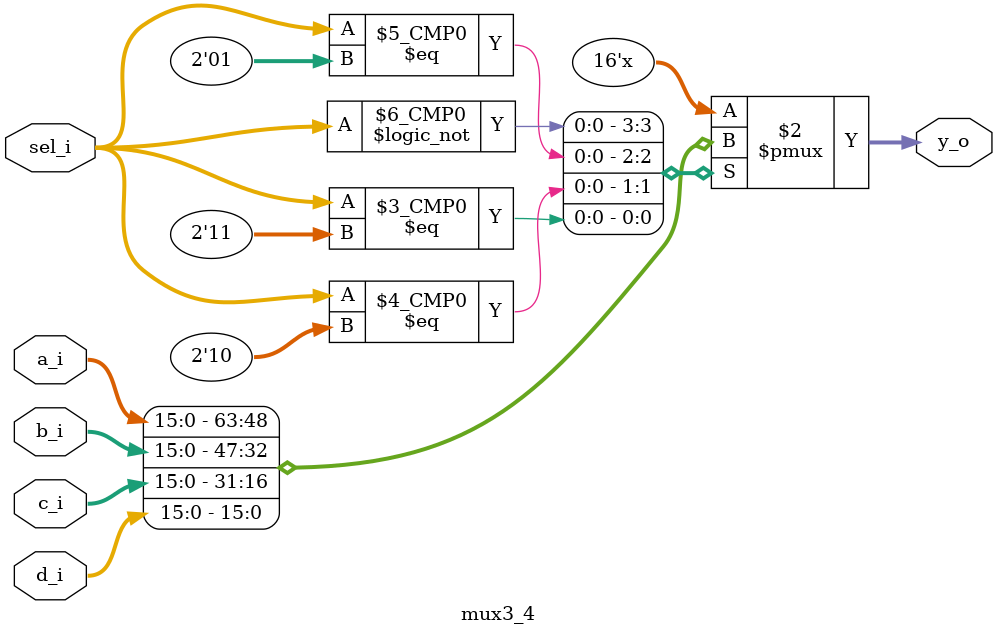
<source format=sv>
module mux3_4 #(
    parameter int WIDTH = 16
)(

    input logic [1:0] sel_i,
    input logic [WIDTH-1:0] a_i,
    input logic [WIDTH-1:0] b_i,
    input logic [WIDTH-1:0] c_i,
    input logic [WIDTH-1:0] d_i,
    output logic [WIDTH-1:0] y_o
);

always_comb begin
        case (sel_i)
            2'b00: y_o = a_i;
            2'b01: y_o = b_i;
            2'b10: y_o = c_i;
            2'b11: y_o = d_i;
            default: y_o = '0;
        endcase
end

endmodule: mux3_4
</source>
